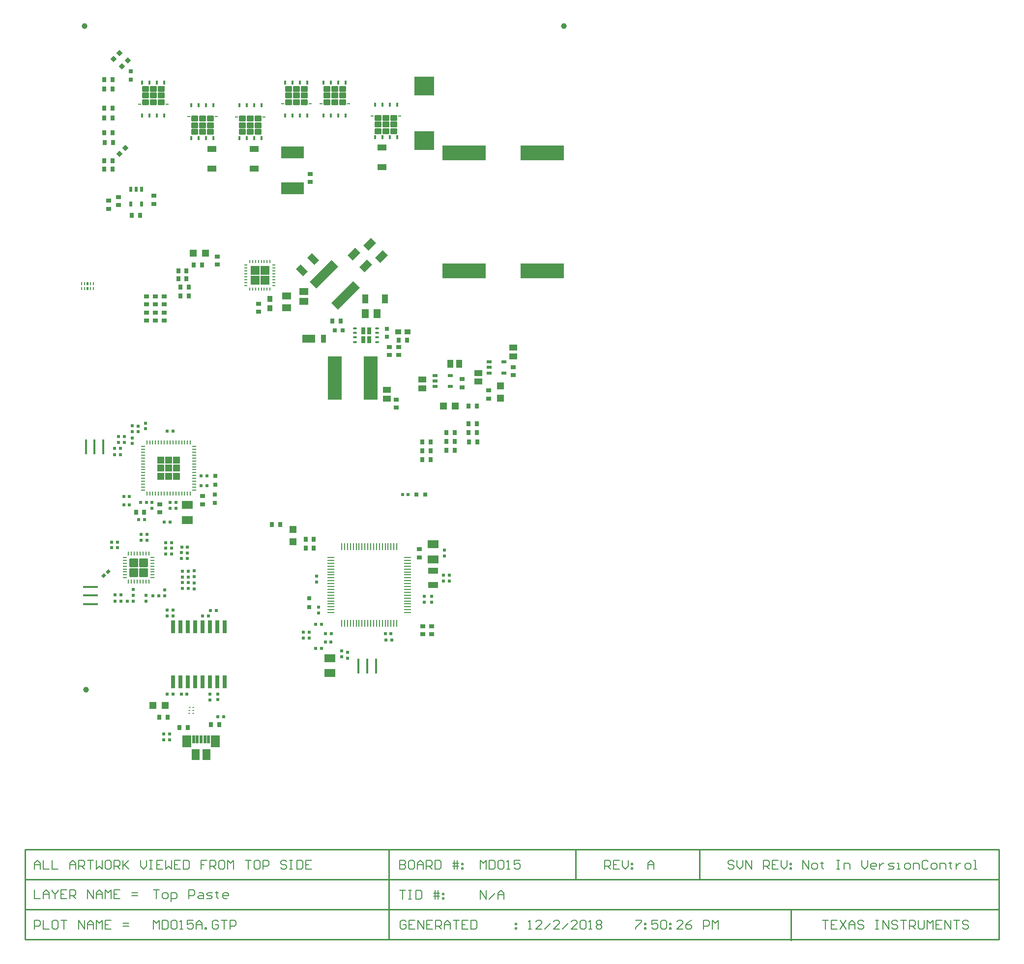
<source format=gtp>
G04*
G04 #@! TF.GenerationSoftware,Altium Limited,Altium Designer,18.1.9 (240)*
G04*
G04 Layer_Color=9021481*
%FSAX25Y25*%
%MOIN*%
G70*
G01*
G75*
%ADD16C,0.01000*%
%ADD22C,0.00800*%
G04:AMPARAMS|DCode=33|XSize=58.66mil|YSize=58.66mil|CornerRadius=2.05mil|HoleSize=0mil|Usage=FLASHONLY|Rotation=90.000|XOffset=0mil|YOffset=0mil|HoleType=Round|Shape=RoundedRectangle|*
%AMROUNDEDRECTD33*
21,1,0.05866,0.05456,0,0,90.0*
21,1,0.05456,0.05866,0,0,90.0*
1,1,0.00411,0.02728,0.02728*
1,1,0.00411,0.02728,-0.02728*
1,1,0.00411,-0.02728,-0.02728*
1,1,0.00411,-0.02728,0.02728*
%
%ADD33ROUNDEDRECTD33*%
G04:AMPARAMS|DCode=34|XSize=22.24mil|YSize=14.17mil|CornerRadius=1.98mil|HoleSize=0mil|Usage=FLASHONLY|Rotation=90.000|XOffset=0mil|YOffset=0mil|HoleType=Round|Shape=RoundedRectangle|*
%AMROUNDEDRECTD34*
21,1,0.02224,0.01021,0,0,90.0*
21,1,0.01828,0.01417,0,0,90.0*
1,1,0.00397,0.00510,0.00914*
1,1,0.00397,0.00510,-0.00914*
1,1,0.00397,-0.00510,-0.00914*
1,1,0.00397,-0.00510,0.00914*
%
%ADD34ROUNDEDRECTD34*%
G04:AMPARAMS|DCode=35|XSize=9.84mil|YSize=21.85mil|CornerRadius=1.97mil|HoleSize=0mil|Usage=FLASHONLY|Rotation=270.000|XOffset=0mil|YOffset=0mil|HoleType=Round|Shape=RoundedRectangle|*
%AMROUNDEDRECTD35*
21,1,0.00984,0.01791,0,0,270.0*
21,1,0.00591,0.02185,0,0,270.0*
1,1,0.00394,-0.00896,-0.00295*
1,1,0.00394,-0.00896,0.00295*
1,1,0.00394,0.00896,0.00295*
1,1,0.00394,0.00896,-0.00295*
%
%ADD35ROUNDEDRECTD35*%
G04:AMPARAMS|DCode=36|XSize=37.4mil|YSize=44.49mil|CornerRadius=2.06mil|HoleSize=0mil|Usage=FLASHONLY|Rotation=270.000|XOffset=0mil|YOffset=0mil|HoleType=Round|Shape=RoundedRectangle|*
%AMROUNDEDRECTD36*
21,1,0.03740,0.04037,0,0,270.0*
21,1,0.03329,0.04449,0,0,270.0*
1,1,0.00411,-0.02019,-0.01664*
1,1,0.00411,-0.02019,0.01664*
1,1,0.00411,0.02019,0.01664*
1,1,0.00411,0.02019,-0.01664*
%
%ADD36ROUNDEDRECTD36*%
%ADD37R,0.05850X0.05850*%
%ADD38R,0.02913X0.04921*%
%ADD39R,0.02913X0.04921*%
%ADD40C,0.03937*%
G04:AMPARAMS|DCode=41|XSize=94.49mil|YSize=295.28mil|CornerRadius=1.89mil|HoleSize=0mil|Usage=FLASHONLY|Rotation=0.000|XOffset=0mil|YOffset=0mil|HoleType=Round|Shape=RoundedRectangle|*
%AMROUNDEDRECTD41*
21,1,0.09449,0.29150,0,0,0.0*
21,1,0.09071,0.29528,0,0,0.0*
1,1,0.00378,0.04535,-0.14575*
1,1,0.00378,-0.04535,-0.14575*
1,1,0.00378,-0.04535,0.14575*
1,1,0.00378,0.04535,0.14575*
%
%ADD41ROUNDEDRECTD41*%
G04:AMPARAMS|DCode=42|XSize=25.59mil|YSize=88.58mil|CornerRadius=1.92mil|HoleSize=0mil|Usage=FLASHONLY|Rotation=0.000|XOffset=0mil|YOffset=0mil|HoleType=Round|Shape=RoundedRectangle|*
%AMROUNDEDRECTD42*
21,1,0.02559,0.08474,0,0,0.0*
21,1,0.02175,0.08858,0,0,0.0*
1,1,0.00384,0.01088,-0.04237*
1,1,0.00384,-0.01088,-0.04237*
1,1,0.00384,-0.01088,0.04237*
1,1,0.00384,0.01088,0.04237*
%
%ADD42ROUNDEDRECTD42*%
%ADD43R,0.29528X0.09843*%
%ADD44O,0.00945X0.02362*%
%ADD45O,0.02362X0.00945*%
G04:AMPARAMS|DCode=46|XSize=9.84mil|YSize=23.62mil|CornerRadius=1.97mil|HoleSize=0mil|Usage=FLASHONLY|Rotation=90.000|XOffset=0mil|YOffset=0mil|HoleType=Round|Shape=RoundedRectangle|*
%AMROUNDEDRECTD46*
21,1,0.00984,0.01968,0,0,90.0*
21,1,0.00591,0.02362,0,0,90.0*
1,1,0.00394,0.00984,0.00295*
1,1,0.00394,0.00984,-0.00295*
1,1,0.00394,-0.00984,-0.00295*
1,1,0.00394,-0.00984,0.00295*
%
%ADD46ROUNDEDRECTD46*%
G04:AMPARAMS|DCode=47|XSize=9.84mil|YSize=23.62mil|CornerRadius=1.97mil|HoleSize=0mil|Usage=FLASHONLY|Rotation=180.000|XOffset=0mil|YOffset=0mil|HoleType=Round|Shape=RoundedRectangle|*
%AMROUNDEDRECTD47*
21,1,0.00984,0.01968,0,0,180.0*
21,1,0.00591,0.02362,0,0,180.0*
1,1,0.00394,-0.00295,0.00984*
1,1,0.00394,0.00295,0.00984*
1,1,0.00394,0.00295,-0.00984*
1,1,0.00394,-0.00295,-0.00984*
%
%ADD47ROUNDEDRECTD47*%
G04:AMPARAMS|DCode=48|XSize=1mil|YSize=1mil|CornerRadius=0mil|HoleSize=0mil|Usage=FLASHONLY|Rotation=90.000|XOffset=0mil|YOffset=0mil|HoleType=Round|Shape=RoundedRectangle|*
%AMROUNDEDRECTD48*
21,1,0.00100,0.00100,0,0,90.0*
21,1,0.00100,0.00100,0,0,90.0*
1,1,0.00000,0.00050,0.00050*
1,1,0.00000,0.00050,-0.00050*
1,1,0.00000,-0.00050,-0.00050*
1,1,0.00000,-0.00050,0.00050*
%
%ADD48ROUNDEDRECTD48*%
G04:AMPARAMS|DCode=49|XSize=9.45mil|YSize=23.62mil|CornerRadius=1.98mil|HoleSize=0mil|Usage=FLASHONLY|Rotation=270.000|XOffset=0mil|YOffset=0mil|HoleType=Round|Shape=RoundedRectangle|*
%AMROUNDEDRECTD49*
21,1,0.00945,0.01965,0,0,270.0*
21,1,0.00548,0.02362,0,0,270.0*
1,1,0.00397,-0.00983,-0.00274*
1,1,0.00397,-0.00983,0.00274*
1,1,0.00397,0.00983,0.00274*
1,1,0.00397,0.00983,-0.00274*
%
%ADD49ROUNDEDRECTD49*%
G04:AMPARAMS|DCode=50|XSize=9.45mil|YSize=23.62mil|CornerRadius=1.98mil|HoleSize=0mil|Usage=FLASHONLY|Rotation=0.000|XOffset=0mil|YOffset=0mil|HoleType=Round|Shape=RoundedRectangle|*
%AMROUNDEDRECTD50*
21,1,0.00945,0.01965,0,0,0.0*
21,1,0.00548,0.02362,0,0,0.0*
1,1,0.00397,0.00274,-0.00983*
1,1,0.00397,-0.00274,-0.00983*
1,1,0.00397,-0.00274,0.00983*
1,1,0.00397,0.00274,0.00983*
%
%ADD50ROUNDEDRECTD50*%
%ADD51R,0.08661X0.05512*%
%ADD52R,0.03543X0.05512*%
%ADD53O,0.00984X0.04921*%
%ADD54O,0.04921X0.00984*%
G04:AMPARAMS|DCode=55|XSize=11.81mil|YSize=23.62mil|CornerRadius=1.95mil|HoleSize=0mil|Usage=FLASHONLY|Rotation=270.000|XOffset=0mil|YOffset=0mil|HoleType=Round|Shape=RoundedRectangle|*
%AMROUNDEDRECTD55*
21,1,0.01181,0.01972,0,0,270.0*
21,1,0.00791,0.02362,0,0,270.0*
1,1,0.00390,-0.00986,-0.00396*
1,1,0.00390,-0.00986,0.00396*
1,1,0.00390,0.00986,0.00396*
1,1,0.00390,0.00986,-0.00396*
%
%ADD55ROUNDEDRECTD55*%
G04:AMPARAMS|DCode=56|XSize=15.75mil|YSize=102.36mil|CornerRadius=1.97mil|HoleSize=0mil|Usage=FLASHONLY|Rotation=180.000|XOffset=0mil|YOffset=0mil|HoleType=Round|Shape=RoundedRectangle|*
%AMROUNDEDRECTD56*
21,1,0.01575,0.09843,0,0,180.0*
21,1,0.01181,0.10236,0,0,180.0*
1,1,0.00394,-0.00591,0.04921*
1,1,0.00394,0.00591,0.04921*
1,1,0.00394,0.00591,-0.04921*
1,1,0.00394,-0.00591,-0.04921*
%
%ADD56ROUNDEDRECTD56*%
G04:AMPARAMS|DCode=57|XSize=58.07mil|YSize=82.68mil|CornerRadius=2.03mil|HoleSize=0mil|Usage=FLASHONLY|Rotation=180.000|XOffset=0mil|YOffset=0mil|HoleType=Round|Shape=RoundedRectangle|*
%AMROUNDEDRECTD57*
21,1,0.05807,0.07861,0,0,180.0*
21,1,0.05401,0.08268,0,0,180.0*
1,1,0.00407,-0.02700,0.03931*
1,1,0.00407,0.02700,0.03931*
1,1,0.00407,0.02700,-0.03931*
1,1,0.00407,-0.02700,-0.03931*
%
%ADD57ROUNDEDRECTD57*%
G04:AMPARAMS|DCode=58|XSize=54.13mil|YSize=74.8mil|CornerRadius=1.9mil|HoleSize=0mil|Usage=FLASHONLY|Rotation=180.000|XOffset=0mil|YOffset=0mil|HoleType=Round|Shape=RoundedRectangle|*
%AMROUNDEDRECTD58*
21,1,0.05413,0.07101,0,0,180.0*
21,1,0.05034,0.07480,0,0,180.0*
1,1,0.00379,-0.02517,0.03551*
1,1,0.00379,0.02517,0.03551*
1,1,0.00379,0.02517,-0.03551*
1,1,0.00379,-0.02517,-0.03551*
%
%ADD58ROUNDEDRECTD58*%
G04:AMPARAMS|DCode=59|XSize=17.72mil|YSize=54.33mil|CornerRadius=1.95mil|HoleSize=0mil|Usage=FLASHONLY|Rotation=180.000|XOffset=0mil|YOffset=0mil|HoleType=Round|Shape=RoundedRectangle|*
%AMROUNDEDRECTD59*
21,1,0.01772,0.05043,0,0,180.0*
21,1,0.01382,0.05433,0,0,180.0*
1,1,0.00390,-0.00691,0.02522*
1,1,0.00390,0.00691,0.02522*
1,1,0.00390,0.00691,-0.02522*
1,1,0.00390,-0.00691,-0.02522*
%
%ADD59ROUNDEDRECTD59*%
%ADD60R,0.04724X0.04724*%
%ADD61R,0.03150X0.03150*%
%ADD62R,0.04724X0.04724*%
G04:AMPARAMS|DCode=63|XSize=127.95mil|YSize=135.04mil|CornerRadius=1.92mil|HoleSize=0mil|Usage=FLASHONLY|Rotation=270.000|XOffset=0mil|YOffset=0mil|HoleType=Round|Shape=RoundedRectangle|*
%AMROUNDEDRECTD63*
21,1,0.12795,0.13120,0,0,270.0*
21,1,0.12411,0.13504,0,0,270.0*
1,1,0.00384,-0.06560,-0.06206*
1,1,0.00384,-0.06560,0.06206*
1,1,0.00384,0.06560,0.06206*
1,1,0.00384,0.06560,-0.06206*
%
%ADD63ROUNDEDRECTD63*%
%ADD64R,0.07087X0.03937*%
G04:AMPARAMS|DCode=65|XSize=7.87mil|YSize=11.81mil|CornerRadius=1.99mil|HoleSize=0mil|Usage=FLASHONLY|Rotation=90.000|XOffset=0mil|YOffset=0mil|HoleType=Round|Shape=RoundedRectangle|*
%AMROUNDEDRECTD65*
21,1,0.00787,0.00784,0,0,90.0*
21,1,0.00390,0.01181,0,0,90.0*
1,1,0.00398,0.00392,0.00195*
1,1,0.00398,0.00392,-0.00195*
1,1,0.00398,-0.00392,-0.00195*
1,1,0.00398,-0.00392,0.00195*
%
%ADD65ROUNDEDRECTD65*%
G04:AMPARAMS|DCode=66|XSize=7.87mil|YSize=13.78mil|CornerRadius=1.99mil|HoleSize=0mil|Usage=FLASHONLY|Rotation=90.000|XOffset=0mil|YOffset=0mil|HoleType=Round|Shape=RoundedRectangle|*
%AMROUNDEDRECTD66*
21,1,0.00787,0.00980,0,0,90.0*
21,1,0.00390,0.01378,0,0,90.0*
1,1,0.00398,0.00490,0.00195*
1,1,0.00398,0.00490,-0.00195*
1,1,0.00398,-0.00490,-0.00195*
1,1,0.00398,-0.00490,0.00195*
%
%ADD66ROUNDEDRECTD66*%
G04:AMPARAMS|DCode=67|XSize=7.87mil|YSize=22.24mil|CornerRadius=1.97mil|HoleSize=0mil|Usage=FLASHONLY|Rotation=180.000|XOffset=0mil|YOffset=0mil|HoleType=Round|Shape=RoundedRectangle|*
%AMROUNDEDRECTD67*
21,1,0.00787,0.01831,0,0,180.0*
21,1,0.00394,0.02224,0,0,180.0*
1,1,0.00394,-0.00197,0.00915*
1,1,0.00394,0.00197,0.00915*
1,1,0.00394,0.00197,-0.00915*
1,1,0.00394,-0.00197,-0.00915*
%
%ADD67ROUNDEDRECTD67*%
G04:AMPARAMS|DCode=68|XSize=29.92mil|YSize=16.14mil|CornerRadius=1.95mil|HoleSize=0mil|Usage=FLASHONLY|Rotation=270.000|XOffset=0mil|YOffset=0mil|HoleType=Round|Shape=RoundedRectangle|*
%AMROUNDEDRECTD68*
21,1,0.02992,0.01225,0,0,270.0*
21,1,0.02603,0.01614,0,0,270.0*
1,1,0.00389,-0.00612,-0.01301*
1,1,0.00389,-0.00612,0.01301*
1,1,0.00389,0.00612,0.01301*
1,1,0.00389,0.00612,-0.01301*
%
%ADD68ROUNDEDRECTD68*%
G04:AMPARAMS|DCode=69|XSize=21.65mil|YSize=31.5mil|CornerRadius=1.95mil|HoleSize=0mil|Usage=FLASHONLY|Rotation=0.000|XOffset=0mil|YOffset=0mil|HoleType=Round|Shape=RoundedRectangle|*
%AMROUNDEDRECTD69*
21,1,0.02165,0.02760,0,0,0.0*
21,1,0.01776,0.03150,0,0,0.0*
1,1,0.00390,0.00888,-0.01380*
1,1,0.00390,-0.00888,-0.01380*
1,1,0.00390,-0.00888,0.01380*
1,1,0.00390,0.00888,0.01380*
%
%ADD69ROUNDEDRECTD69*%
%ADD70R,0.15748X0.08268*%
G04:AMPARAMS|DCode=71|XSize=70.87mil|YSize=55.12mil|CornerRadius=1.93mil|HoleSize=0mil|Usage=FLASHONLY|Rotation=0.000|XOffset=0mil|YOffset=0mil|HoleType=Round|Shape=RoundedRectangle|*
%AMROUNDEDRECTD71*
21,1,0.07087,0.05126,0,0,0.0*
21,1,0.06701,0.05512,0,0,0.0*
1,1,0.00386,0.03350,-0.02563*
1,1,0.00386,-0.03350,-0.02563*
1,1,0.00386,-0.03350,0.02563*
1,1,0.00386,0.03350,0.02563*
%
%ADD71ROUNDEDRECTD71*%
G04:AMPARAMS|DCode=72|XSize=208.66mil|YSize=62.99mil|CornerRadius=0mil|HoleSize=0mil|Usage=FLASHONLY|Rotation=45.000|XOffset=0mil|YOffset=0mil|HoleType=Round|Shape=Rectangle|*
%AMROTATEDRECTD72*
4,1,4,-0.05150,-0.09604,-0.09604,-0.05150,0.05150,0.09604,0.09604,0.05150,-0.05150,-0.09604,0.0*
%
%ADD72ROTATEDRECTD72*%

G04:AMPARAMS|DCode=73|XSize=68.9mil|YSize=43.31mil|CornerRadius=0mil|HoleSize=0mil|Usage=FLASHONLY|Rotation=315.000|XOffset=0mil|YOffset=0mil|HoleType=Round|Shape=Rectangle|*
%AMROTATEDRECTD73*
4,1,4,-0.03967,0.00905,-0.00905,0.03967,0.03967,-0.00905,0.00905,-0.03967,-0.03967,0.00905,0.0*
%
%ADD73ROTATEDRECTD73*%

%ADD74R,0.06299X0.04331*%
G04:AMPARAMS|DCode=75|XSize=72.84mil|YSize=51.18mil|CornerRadius=0mil|HoleSize=0mil|Usage=FLASHONLY|Rotation=225.000|XOffset=0mil|YOffset=0mil|HoleType=Round|Shape=Rectangle|*
%AMROTATEDRECTD75*
4,1,4,0.00766,0.04385,0.04385,0.00766,-0.00766,-0.04385,-0.04385,-0.00766,0.00766,0.04385,0.0*
%
%ADD75ROTATEDRECTD75*%

%ADD76R,0.05512X0.04331*%
%ADD77R,0.06300X0.05000*%
%ADD78R,0.05906X0.05118*%
%ADD79R,0.03150X0.03347*%
%ADD80R,0.02362X0.01968*%
%ADD81R,0.03347X0.03150*%
G04:AMPARAMS|DCode=82|XSize=21.65mil|YSize=31.5mil|CornerRadius=1.95mil|HoleSize=0mil|Usage=FLASHONLY|Rotation=90.000|XOffset=0mil|YOffset=0mil|HoleType=Round|Shape=RoundedRectangle|*
%AMROUNDEDRECTD82*
21,1,0.02165,0.02760,0,0,90.0*
21,1,0.01776,0.03150,0,0,90.0*
1,1,0.00390,0.01380,0.00888*
1,1,0.00390,0.01380,-0.00888*
1,1,0.00390,-0.01380,-0.00888*
1,1,0.00390,-0.01380,0.00888*
%
%ADD82ROUNDEDRECTD82*%
%ADD83R,0.03000X0.03000*%
%ADD84R,0.03000X0.03000*%
%ADD85R,0.01968X0.02362*%
%ADD86R,0.05000X0.06300*%
%ADD87R,0.04331X0.06299*%
%ADD88R,0.04331X0.05512*%
G04:AMPARAMS|DCode=89|XSize=15.75mil|YSize=102.36mil|CornerRadius=1.97mil|HoleSize=0mil|Usage=FLASHONLY|Rotation=90.000|XOffset=0mil|YOffset=0mil|HoleType=Round|Shape=RoundedRectangle|*
%AMROUNDEDRECTD89*
21,1,0.01575,0.09843,0,0,90.0*
21,1,0.01181,0.10236,0,0,90.0*
1,1,0.00394,0.04921,0.00591*
1,1,0.00394,0.04921,-0.00591*
1,1,0.00394,-0.04921,-0.00591*
1,1,0.00394,-0.04921,0.00591*
%
%ADD89ROUNDEDRECTD89*%
%ADD90P,0.04243X4X90.0*%
G04:AMPARAMS|DCode=91|XSize=19.68mil|YSize=23.62mil|CornerRadius=0mil|HoleSize=0mil|Usage=FLASHONLY|Rotation=315.000|XOffset=0mil|YOffset=0mil|HoleType=Round|Shape=Rectangle|*
%AMROTATEDRECTD91*
4,1,4,-0.01531,-0.00139,0.00139,0.01531,0.01531,0.00139,-0.00139,-0.01531,-0.01531,-0.00139,0.0*
%
%ADD91ROTATEDRECTD91*%

%ADD92R,0.03150X0.03150*%
%ADD93R,0.03937X0.03740*%
%ADD94R,0.03740X0.03937*%
G36*
X0145014Y0367303D02*
X0145070Y0367248D01*
X0145100Y0367175D01*
Y0367136D01*
Y0362845D01*
Y0362806D01*
X0145070Y0362733D01*
X0145014Y0362678D01*
X0144942Y0362648D01*
X0140572D01*
X0140500Y0362678D01*
X0140445Y0362733D01*
X0140415Y0362806D01*
Y0362845D01*
Y0367136D01*
Y0367175D01*
X0140445Y0367248D01*
X0140500Y0367303D01*
X0140572Y0367333D01*
X0144942D01*
X0145014Y0367303D01*
D02*
G37*
G36*
X0139542D02*
X0139597Y0367248D01*
X0139627Y0367175D01*
Y0367136D01*
Y0362845D01*
Y0362806D01*
X0139597Y0362733D01*
X0139542Y0362678D01*
X0139470Y0362648D01*
X0135100D01*
X0135028Y0362678D01*
X0134972Y0362733D01*
X0134942Y0362806D01*
Y0362845D01*
Y0367136D01*
Y0367175D01*
X0134972Y0367248D01*
X0135028Y0367303D01*
X0135100Y0367333D01*
X0139470D01*
X0139542Y0367303D01*
D02*
G37*
G36*
X0134069D02*
X0134125Y0367248D01*
X0134155Y0367175D01*
Y0367136D01*
Y0362845D01*
Y0362806D01*
X0134125Y0362733D01*
X0134069Y0362678D01*
X0133997Y0362648D01*
X0129627D01*
X0129555Y0362678D01*
X0129500Y0362733D01*
X0129470Y0362806D01*
Y0362845D01*
Y0367136D01*
Y0367175D01*
X0129500Y0367248D01*
X0129555Y0367303D01*
X0129627Y0367333D01*
X0133997D01*
X0134069Y0367303D01*
D02*
G37*
G36*
X0145014Y0361830D02*
X0145070Y0361775D01*
X0145100Y0361703D01*
Y0361664D01*
Y0357372D01*
Y0357333D01*
X0145070Y0357261D01*
X0145014Y0357205D01*
X0144942Y0357175D01*
X0140572D01*
X0140500Y0357205D01*
X0140445Y0357261D01*
X0140415Y0357333D01*
Y0357372D01*
Y0361664D01*
Y0361703D01*
X0140445Y0361775D01*
X0140500Y0361830D01*
X0140572Y0361860D01*
X0144942D01*
X0145014Y0361830D01*
D02*
G37*
G36*
X0139542D02*
X0139597Y0361775D01*
X0139627Y0361703D01*
Y0361664D01*
Y0357372D01*
Y0357333D01*
X0139597Y0357261D01*
X0139542Y0357205D01*
X0139470Y0357175D01*
X0135100D01*
X0135028Y0357205D01*
X0134972Y0357261D01*
X0134942Y0357333D01*
Y0357372D01*
Y0361664D01*
Y0361703D01*
X0134972Y0361775D01*
X0135028Y0361830D01*
X0135100Y0361860D01*
X0139470D01*
X0139542Y0361830D01*
D02*
G37*
G36*
X0134069D02*
X0134125Y0361775D01*
X0134155Y0361703D01*
Y0361664D01*
Y0357372D01*
Y0357333D01*
X0134125Y0357261D01*
X0134069Y0357205D01*
X0133997Y0357175D01*
X0129627D01*
X0129555Y0357205D01*
X0129500Y0357261D01*
X0129470Y0357333D01*
Y0357372D01*
Y0361664D01*
Y0361703D01*
X0129500Y0361775D01*
X0129555Y0361830D01*
X0129627Y0361860D01*
X0133997D01*
X0134069Y0361830D01*
D02*
G37*
G36*
X0145014Y0356358D02*
X0145070Y0356303D01*
X0145100Y0356230D01*
Y0356191D01*
Y0351900D01*
Y0351861D01*
X0145070Y0351788D01*
X0145014Y0351733D01*
X0144942Y0351703D01*
X0140572D01*
X0140500Y0351733D01*
X0140445Y0351788D01*
X0140415Y0351861D01*
Y0351900D01*
Y0356191D01*
Y0356230D01*
X0140445Y0356303D01*
X0140500Y0356358D01*
X0140572Y0356388D01*
X0144942D01*
X0145014Y0356358D01*
D02*
G37*
G36*
X0139542D02*
X0139597Y0356303D01*
X0139627Y0356230D01*
Y0356191D01*
Y0351900D01*
Y0351861D01*
X0139597Y0351788D01*
X0139542Y0351733D01*
X0139470Y0351703D01*
X0135100D01*
X0135028Y0351733D01*
X0134972Y0351788D01*
X0134942Y0351861D01*
Y0351900D01*
Y0356191D01*
Y0356230D01*
X0134972Y0356303D01*
X0135028Y0356358D01*
X0135100Y0356388D01*
X0139470D01*
X0139542Y0356358D01*
D02*
G37*
G36*
X0134069D02*
X0134125Y0356303D01*
X0134155Y0356230D01*
Y0356191D01*
Y0351900D01*
Y0351861D01*
X0134125Y0351788D01*
X0134069Y0351733D01*
X0133997Y0351703D01*
X0129627D01*
X0129555Y0351733D01*
X0129500Y0351788D01*
X0129470Y0351861D01*
Y0351900D01*
Y0356191D01*
Y0356230D01*
X0129500Y0356303D01*
X0129555Y0356358D01*
X0129627Y0356388D01*
X0133997D01*
X0134069Y0356358D01*
D02*
G37*
G54D16*
X0559400Y0039400D02*
Y0059683D01*
X0440500Y0040050D02*
X0700200D01*
Y0101050D01*
X0286500Y0040050D02*
Y0101050D01*
X0040000Y0040050D02*
Y0101050D01*
X0040050Y0040050D02*
X0197600D01*
X0040050D02*
Y0101050D01*
X0700200D01*
X0040000Y0040050D02*
X0440500D01*
X0040000Y0060383D02*
X0700000D01*
X0040000Y0080717D02*
X0700200D01*
X0413200D02*
Y0101050D01*
X0497200Y0080717D02*
Y0101050D01*
G54D22*
X0126900Y0073549D02*
X0130899D01*
X0128899D01*
Y0067551D01*
X0133898D02*
X0135897D01*
X0136897Y0068550D01*
Y0070550D01*
X0135897Y0071549D01*
X0133898D01*
X0132898Y0070550D01*
Y0068550D01*
X0133898Y0067551D01*
X0138896Y0065551D02*
Y0071549D01*
X0141895D01*
X0142895Y0070550D01*
Y0068550D01*
X0141895Y0067551D01*
X0138896D01*
X0150892D02*
Y0073549D01*
X0153891D01*
X0154891Y0072549D01*
Y0070550D01*
X0153891Y0069550D01*
X0150892D01*
X0157890Y0071549D02*
X0159889D01*
X0160889Y0070550D01*
Y0067551D01*
X0157890D01*
X0156890Y0068550D01*
X0157890Y0069550D01*
X0160889D01*
X0162888Y0067551D02*
X0165887D01*
X0166887Y0068550D01*
X0165887Y0069550D01*
X0163888D01*
X0162888Y0070550D01*
X0163888Y0071549D01*
X0166887D01*
X0169886Y0072549D02*
Y0071549D01*
X0168886D01*
X0170886D01*
X0169886D01*
Y0068550D01*
X0170886Y0067551D01*
X0176884D02*
X0174884D01*
X0173885Y0068550D01*
Y0070550D01*
X0174884Y0071549D01*
X0176884D01*
X0177884Y0070550D01*
Y0069550D01*
X0173885D01*
X0348550Y0067500D02*
Y0073498D01*
X0352549Y0067500D01*
Y0073498D01*
X0354548Y0067500D02*
X0358547Y0071499D01*
X0360546Y0067500D02*
Y0071499D01*
X0362545Y0073498D01*
X0364545Y0071499D01*
Y0067500D01*
Y0070499D01*
X0360546D01*
X0294000Y0073498D02*
X0297999D01*
X0295999D01*
Y0067500D01*
X0299998Y0073498D02*
X0301997D01*
X0300998D01*
Y0067500D01*
X0299998D01*
X0301997D01*
X0304996Y0073498D02*
Y0067500D01*
X0307996D01*
X0308995Y0068500D01*
Y0072498D01*
X0307996Y0073498D01*
X0304996D01*
X0317992Y0067500D02*
Y0073498D01*
X0319992D02*
Y0067500D01*
X0316993Y0071499D02*
X0319992D01*
X0320991D01*
X0316993Y0069499D02*
X0320991D01*
X0322991Y0071499D02*
X0323990D01*
Y0070499D01*
X0322991D01*
Y0071499D01*
Y0068500D02*
X0323990D01*
Y0067500D01*
X0322991D01*
Y0068500D01*
X0580500Y0052965D02*
X0584499D01*
X0582499D01*
Y0046966D01*
X0590497Y0052965D02*
X0586498D01*
Y0046966D01*
X0590497D01*
X0586498Y0049966D02*
X0588497D01*
X0592496Y0052965D02*
X0596495Y0046966D01*
Y0052965D02*
X0592496Y0046966D01*
X0598494D02*
Y0050965D01*
X0600493Y0052965D01*
X0602493Y0050965D01*
Y0046966D01*
Y0049966D01*
X0598494D01*
X0608491Y0051965D02*
X0607491Y0052965D01*
X0605492D01*
X0604492Y0051965D01*
Y0050965D01*
X0605492Y0049966D01*
X0607491D01*
X0608491Y0048966D01*
Y0047966D01*
X0607491Y0046966D01*
X0605492D01*
X0604492Y0047966D01*
X0616488Y0052965D02*
X0618488D01*
X0617488D01*
Y0046966D01*
X0616488D01*
X0618488D01*
X0621487D02*
Y0052965D01*
X0625486Y0046966D01*
Y0052965D01*
X0631484Y0051965D02*
X0630484Y0052965D01*
X0628484D01*
X0627485Y0051965D01*
Y0050965D01*
X0628484Y0049966D01*
X0630484D01*
X0631484Y0048966D01*
Y0047966D01*
X0630484Y0046966D01*
X0628484D01*
X0627485Y0047966D01*
X0633483Y0052965D02*
X0637482D01*
X0635482D01*
Y0046966D01*
X0639481D02*
Y0052965D01*
X0642480D01*
X0643480Y0051965D01*
Y0049966D01*
X0642480Y0048966D01*
X0639481D01*
X0641480D02*
X0643480Y0046966D01*
X0645479Y0052965D02*
Y0047966D01*
X0646479Y0046966D01*
X0648478D01*
X0649478Y0047966D01*
Y0052965D01*
X0651477Y0046966D02*
Y0052965D01*
X0653476Y0050965D01*
X0655476Y0052965D01*
Y0046966D01*
X0661474Y0052965D02*
X0657475D01*
Y0046966D01*
X0661474D01*
X0657475Y0049966D02*
X0659474D01*
X0663473Y0046966D02*
Y0052965D01*
X0667472Y0046966D01*
Y0052965D01*
X0669471D02*
X0673470D01*
X0671471D01*
Y0046966D01*
X0679468Y0051965D02*
X0678468Y0052965D01*
X0676469D01*
X0675469Y0051965D01*
Y0050965D01*
X0676469Y0049966D01*
X0678468D01*
X0679468Y0048966D01*
Y0047966D01*
X0678468Y0046966D01*
X0676469D01*
X0675469Y0047966D01*
X0454050Y0052965D02*
X0458049D01*
Y0051965D01*
X0454050Y0047966D01*
Y0046966D01*
X0460048Y0050965D02*
X0461048D01*
Y0049966D01*
X0460048D01*
Y0050965D01*
Y0047966D02*
X0461048D01*
Y0046966D01*
X0460048D01*
Y0047966D01*
X0469045Y0052965D02*
X0465046D01*
Y0049966D01*
X0467046Y0050965D01*
X0468046D01*
X0469045Y0049966D01*
Y0047966D01*
X0468046Y0046966D01*
X0466046D01*
X0465046Y0047966D01*
X0471044Y0051965D02*
X0472044Y0052965D01*
X0474044D01*
X0475043Y0051965D01*
Y0047966D01*
X0474044Y0046966D01*
X0472044D01*
X0471044Y0047966D01*
Y0051965D01*
X0477043Y0050965D02*
X0478042D01*
Y0049966D01*
X0477043D01*
Y0050965D01*
Y0047966D02*
X0478042D01*
Y0046966D01*
X0477043D01*
Y0047966D01*
X0486040Y0046966D02*
X0482041D01*
X0486040Y0050965D01*
Y0051965D01*
X0485040Y0052965D01*
X0483041D01*
X0482041Y0051965D01*
X0492038Y0052965D02*
X0490038Y0051965D01*
X0488039Y0049966D01*
Y0047966D01*
X0489039Y0046966D01*
X0491038D01*
X0492038Y0047966D01*
Y0048966D01*
X0491038Y0049966D01*
X0488039D01*
X0500035Y0046966D02*
Y0052965D01*
X0503034D01*
X0504034Y0051965D01*
Y0049966D01*
X0503034Y0048966D01*
X0500035D01*
X0506033Y0046966D02*
Y0052965D01*
X0508033Y0050965D01*
X0510032Y0052965D01*
Y0046966D01*
X0046350D02*
Y0052965D01*
X0049349D01*
X0050349Y0051965D01*
Y0049966D01*
X0049349Y0048966D01*
X0046350D01*
X0052348Y0052965D02*
Y0046966D01*
X0056347D01*
X0061345Y0052965D02*
X0059346D01*
X0058346Y0051965D01*
Y0047966D01*
X0059346Y0046966D01*
X0061345D01*
X0062345Y0047966D01*
Y0051965D01*
X0061345Y0052965D01*
X0064344D02*
X0068343D01*
X0066343D01*
Y0046966D01*
X0076340D02*
Y0052965D01*
X0080339Y0046966D01*
Y0052965D01*
X0082338Y0046966D02*
Y0050965D01*
X0084338Y0052965D01*
X0086337Y0050965D01*
Y0046966D01*
Y0049966D01*
X0082338D01*
X0088336Y0046966D02*
Y0052965D01*
X0090336Y0050965D01*
X0092335Y0052965D01*
Y0046966D01*
X0098333Y0052965D02*
X0094335D01*
Y0046966D01*
X0098333D01*
X0094335Y0049966D02*
X0096334D01*
X0106331Y0048966D02*
X0110329D01*
X0106331Y0050965D02*
X0110329D01*
X0046350Y0073549D02*
Y0067551D01*
X0050349D01*
X0052348D02*
Y0071549D01*
X0054347Y0073549D01*
X0056347Y0071549D01*
Y0067551D01*
Y0070550D01*
X0052348D01*
X0058346Y0073549D02*
Y0072549D01*
X0060346Y0070550D01*
X0062345Y0072549D01*
Y0073549D01*
X0060346Y0070550D02*
Y0067551D01*
X0068343Y0073549D02*
X0064344D01*
Y0067551D01*
X0068343D01*
X0064344Y0070550D02*
X0066343D01*
X0070342Y0067551D02*
Y0073549D01*
X0073341D01*
X0074341Y0072549D01*
Y0070550D01*
X0073341Y0069550D01*
X0070342D01*
X0072342D02*
X0074341Y0067551D01*
X0082338D02*
Y0073549D01*
X0086337Y0067551D01*
Y0073549D01*
X0088336Y0067551D02*
Y0071549D01*
X0090336Y0073549D01*
X0092335Y0071549D01*
Y0067551D01*
Y0070550D01*
X0088336D01*
X0094335Y0067551D02*
Y0073549D01*
X0096334Y0071549D01*
X0098333Y0073549D01*
Y0067551D01*
X0104331Y0073549D02*
X0100332D01*
Y0067551D01*
X0104331D01*
X0100332Y0070550D02*
X0102332D01*
X0112329Y0069550D02*
X0116327D01*
X0112329Y0071549D02*
X0116327D01*
X0294000Y0093831D02*
Y0087833D01*
X0296999D01*
X0297999Y0088833D01*
Y0089833D01*
X0296999Y0090832D01*
X0294000D01*
X0296999D01*
X0297999Y0091832D01*
Y0092832D01*
X0296999Y0093831D01*
X0294000D01*
X0302997D02*
X0300998D01*
X0299998Y0092832D01*
Y0088833D01*
X0300998Y0087833D01*
X0302997D01*
X0303997Y0088833D01*
Y0092832D01*
X0302997Y0093831D01*
X0305996Y0087833D02*
Y0091832D01*
X0307996Y0093831D01*
X0309995Y0091832D01*
Y0087833D01*
Y0090832D01*
X0305996D01*
X0311994Y0087833D02*
Y0093831D01*
X0314993D01*
X0315993Y0092832D01*
Y0090832D01*
X0314993Y0089833D01*
X0311994D01*
X0313994D02*
X0315993Y0087833D01*
X0317992Y0093831D02*
Y0087833D01*
X0320991D01*
X0321991Y0088833D01*
Y0092832D01*
X0320991Y0093831D01*
X0317992D01*
X0330988Y0087833D02*
Y0093831D01*
X0332987D02*
Y0087833D01*
X0329988Y0091832D02*
X0332987D01*
X0333987D01*
X0329988Y0089833D02*
X0333987D01*
X0335986Y0091832D02*
X0336986D01*
Y0090832D01*
X0335986D01*
Y0091832D01*
Y0088833D02*
X0336986D01*
Y0087833D01*
X0335986D01*
Y0088833D01*
X0348550Y0087833D02*
Y0093831D01*
X0350549Y0091832D01*
X0352549Y0093831D01*
Y0087833D01*
X0354548Y0093831D02*
Y0087833D01*
X0357547D01*
X0358547Y0088833D01*
Y0092832D01*
X0357547Y0093831D01*
X0354548D01*
X0360546Y0092832D02*
X0361546Y0093831D01*
X0363545D01*
X0364545Y0092832D01*
Y0088833D01*
X0363545Y0087833D01*
X0361546D01*
X0360546Y0088833D01*
Y0092832D01*
X0366544Y0087833D02*
X0368544D01*
X0367544D01*
Y0093831D01*
X0366544Y0092832D01*
X0375541Y0093831D02*
X0371543D01*
Y0090832D01*
X0373542Y0091832D01*
X0374542D01*
X0375541Y0090832D01*
Y0088833D01*
X0374542Y0087833D01*
X0372542D01*
X0371543Y0088833D01*
X0462150Y0087833D02*
Y0091832D01*
X0464149Y0093831D01*
X0466149Y0091832D01*
Y0087833D01*
Y0090832D01*
X0462150D01*
X0046350Y0087833D02*
Y0091832D01*
X0048349Y0093831D01*
X0050349Y0091832D01*
Y0087833D01*
Y0090832D01*
X0046350D01*
X0052348Y0093831D02*
Y0087833D01*
X0056347D01*
X0058346Y0093831D02*
Y0087833D01*
X0062345D01*
X0070342D02*
Y0091832D01*
X0072342Y0093831D01*
X0074341Y0091832D01*
Y0087833D01*
Y0090832D01*
X0070342D01*
X0076340Y0087833D02*
Y0093831D01*
X0079339D01*
X0080339Y0092832D01*
Y0090832D01*
X0079339Y0089833D01*
X0076340D01*
X0078340D02*
X0080339Y0087833D01*
X0082338Y0093831D02*
X0086337D01*
X0084338D01*
Y0087833D01*
X0088336Y0093831D02*
Y0087833D01*
X0090336Y0089833D01*
X0092335Y0087833D01*
Y0093831D01*
X0097334D02*
X0095334D01*
X0094335Y0092832D01*
Y0088833D01*
X0095334Y0087833D01*
X0097334D01*
X0098333Y0088833D01*
Y0092832D01*
X0097334Y0093831D01*
X0100332Y0087833D02*
Y0093831D01*
X0103332D01*
X0104331Y0092832D01*
Y0090832D01*
X0103332Y0089833D01*
X0100332D01*
X0102332D02*
X0104331Y0087833D01*
X0106331Y0093831D02*
Y0087833D01*
Y0089833D01*
X0110329Y0093831D01*
X0107330Y0090832D01*
X0110329Y0087833D01*
X0118327Y0093831D02*
Y0089833D01*
X0120326Y0087833D01*
X0122325Y0089833D01*
Y0093831D01*
X0124325D02*
X0126324D01*
X0125324D01*
Y0087833D01*
X0124325D01*
X0126324D01*
X0133322Y0093831D02*
X0129323D01*
Y0087833D01*
X0133322D01*
X0129323Y0090832D02*
X0131323D01*
X0135321Y0093831D02*
Y0087833D01*
X0137321Y0089833D01*
X0139320Y0087833D01*
Y0093831D01*
X0145318D02*
X0141319D01*
Y0087833D01*
X0145318D01*
X0141319Y0090832D02*
X0143319D01*
X0147317Y0093831D02*
Y0087833D01*
X0150316D01*
X0151316Y0088833D01*
Y0092832D01*
X0150316Y0093831D01*
X0147317D01*
X0163312D02*
X0159313D01*
Y0090832D01*
X0161313D01*
X0159313D01*
Y0087833D01*
X0165312D02*
Y0093831D01*
X0168310D01*
X0169310Y0092832D01*
Y0090832D01*
X0168310Y0089833D01*
X0165312D01*
X0167311D02*
X0169310Y0087833D01*
X0174309Y0093831D02*
X0172309D01*
X0171310Y0092832D01*
Y0088833D01*
X0172309Y0087833D01*
X0174309D01*
X0175308Y0088833D01*
Y0092832D01*
X0174309Y0093831D01*
X0177308Y0087833D02*
Y0093831D01*
X0179307Y0091832D01*
X0181306Y0093831D01*
Y0087833D01*
X0189304Y0093831D02*
X0193303D01*
X0191303D01*
Y0087833D01*
X0198301Y0093831D02*
X0196301D01*
X0195302Y0092832D01*
Y0088833D01*
X0196301Y0087833D01*
X0198301D01*
X0199301Y0088833D01*
Y0092832D01*
X0198301Y0093831D01*
X0201300Y0087833D02*
Y0093831D01*
X0204299D01*
X0205299Y0092832D01*
Y0090832D01*
X0204299Y0089833D01*
X0201300D01*
X0217295Y0092832D02*
X0216295Y0093831D01*
X0214296D01*
X0213296Y0092832D01*
Y0091832D01*
X0214296Y0090832D01*
X0216295D01*
X0217295Y0089833D01*
Y0088833D01*
X0216295Y0087833D01*
X0214296D01*
X0213296Y0088833D01*
X0219294Y0093831D02*
X0221293D01*
X0220294D01*
Y0087833D01*
X0219294D01*
X0221293D01*
X0224292Y0093831D02*
Y0087833D01*
X0227291D01*
X0228291Y0088833D01*
Y0092832D01*
X0227291Y0093831D01*
X0224292D01*
X0234289D02*
X0230291D01*
Y0087833D01*
X0234289D01*
X0230291Y0090832D02*
X0232290D01*
X0298199Y0051965D02*
X0297199Y0052965D01*
X0295200D01*
X0294200Y0051965D01*
Y0047966D01*
X0295200Y0046966D01*
X0297199D01*
X0298199Y0047966D01*
Y0049966D01*
X0296199D01*
X0304197Y0052965D02*
X0300198D01*
Y0046966D01*
X0304197D01*
X0300198Y0049966D02*
X0302197D01*
X0306196Y0046966D02*
Y0052965D01*
X0310195Y0046966D01*
Y0052965D01*
X0316193D02*
X0312194D01*
Y0046966D01*
X0316193D01*
X0312194Y0049966D02*
X0314194D01*
X0318192Y0046966D02*
Y0052965D01*
X0321191D01*
X0322191Y0051965D01*
Y0049966D01*
X0321191Y0048966D01*
X0318192D01*
X0320192D02*
X0322191Y0046966D01*
X0324190D02*
Y0050965D01*
X0326190Y0052965D01*
X0328189Y0050965D01*
Y0046966D01*
Y0049966D01*
X0324190D01*
X0330188Y0052965D02*
X0334187D01*
X0332188D01*
Y0046966D01*
X0340185Y0052965D02*
X0336186D01*
Y0046966D01*
X0340185D01*
X0336186Y0049966D02*
X0338186D01*
X0342184Y0052965D02*
Y0046966D01*
X0345183D01*
X0346183Y0047966D01*
Y0051965D01*
X0345183Y0052965D01*
X0342184D01*
X0372175Y0050965D02*
X0373175D01*
Y0049966D01*
X0372175D01*
Y0050965D01*
Y0047966D02*
X0373175D01*
Y0046966D01*
X0372175D01*
Y0047966D01*
X0381150Y0046966D02*
X0383149D01*
X0382150D01*
Y0052965D01*
X0381150Y0051965D01*
X0390147Y0046966D02*
X0386148D01*
X0390147Y0050965D01*
Y0051965D01*
X0389147Y0052965D01*
X0387148D01*
X0386148Y0051965D01*
X0392146Y0046966D02*
X0396145Y0050965D01*
X0402143Y0046966D02*
X0398145D01*
X0402143Y0050965D01*
Y0051965D01*
X0401144Y0052965D01*
X0399144D01*
X0398145Y0051965D01*
X0404143Y0046966D02*
X0408141Y0050965D01*
X0414139Y0046966D02*
X0410141D01*
X0414139Y0050965D01*
Y0051965D01*
X0413140Y0052965D01*
X0411140D01*
X0410141Y0051965D01*
X0416139D02*
X0417138Y0052965D01*
X0419138D01*
X0420137Y0051965D01*
Y0047966D01*
X0419138Y0046966D01*
X0417138D01*
X0416139Y0047966D01*
Y0051965D01*
X0422137Y0046966D02*
X0424136D01*
X0423136D01*
Y0052965D01*
X0422137Y0051965D01*
X0427135D02*
X0428135Y0052965D01*
X0430134D01*
X0431134Y0051965D01*
Y0050965D01*
X0430134Y0049966D01*
X0431134Y0048966D01*
Y0047966D01*
X0430134Y0046966D01*
X0428135D01*
X0427135Y0047966D01*
Y0048966D01*
X0428135Y0049966D01*
X0427135Y0050965D01*
Y0051965D01*
X0428135Y0049966D02*
X0430134D01*
X0126900Y0046966D02*
Y0052965D01*
X0128899Y0050965D01*
X0130899Y0052965D01*
Y0046966D01*
X0132898Y0052965D02*
Y0046966D01*
X0135897D01*
X0136897Y0047966D01*
Y0051965D01*
X0135897Y0052965D01*
X0132898D01*
X0138896Y0051965D02*
X0139896Y0052965D01*
X0141895D01*
X0142895Y0051965D01*
Y0047966D01*
X0141895Y0046966D01*
X0139896D01*
X0138896Y0047966D01*
Y0051965D01*
X0144894Y0046966D02*
X0146894D01*
X0145894D01*
Y0052965D01*
X0144894Y0051965D01*
X0153891Y0052965D02*
X0149893D01*
Y0049966D01*
X0151892Y0050965D01*
X0152892D01*
X0153891Y0049966D01*
Y0047966D01*
X0152892Y0046966D01*
X0150892D01*
X0149893Y0047966D01*
X0155891Y0046966D02*
Y0050965D01*
X0157890Y0052965D01*
X0159889Y0050965D01*
Y0046966D01*
Y0049966D01*
X0155891D01*
X0161889Y0046966D02*
Y0047966D01*
X0162888D01*
Y0046966D01*
X0161889D01*
X0170886Y0051965D02*
X0169886Y0052965D01*
X0167887D01*
X0166887Y0051965D01*
Y0047966D01*
X0167887Y0046966D01*
X0169886D01*
X0170886Y0047966D01*
Y0049966D01*
X0168886D01*
X0172885Y0052965D02*
X0176884D01*
X0174884D01*
Y0046966D01*
X0178883D02*
Y0052965D01*
X0181882D01*
X0182882Y0051965D01*
Y0049966D01*
X0181882Y0048966D01*
X0178883D01*
X0433000Y0087833D02*
Y0093831D01*
X0435999D01*
X0436999Y0092832D01*
Y0090832D01*
X0435999Y0089833D01*
X0433000D01*
X0434999D02*
X0436999Y0087833D01*
X0442997Y0093831D02*
X0438998D01*
Y0087833D01*
X0442997D01*
X0438998Y0090832D02*
X0440997D01*
X0444996Y0093831D02*
Y0089833D01*
X0446995Y0087833D01*
X0448995Y0089833D01*
Y0093831D01*
X0450994Y0091832D02*
X0451994D01*
Y0090832D01*
X0450994D01*
Y0091832D01*
Y0088833D02*
X0451994D01*
Y0087833D01*
X0450994D01*
Y0088833D01*
X0520799Y0092832D02*
X0519799Y0093831D01*
X0517800D01*
X0516800Y0092832D01*
Y0091832D01*
X0517800Y0090832D01*
X0519799D01*
X0520799Y0089833D01*
Y0088833D01*
X0519799Y0087833D01*
X0517800D01*
X0516800Y0088833D01*
X0522798Y0093831D02*
Y0089833D01*
X0524797Y0087833D01*
X0526797Y0089833D01*
Y0093831D01*
X0528796Y0087833D02*
Y0093831D01*
X0532795Y0087833D01*
Y0093831D01*
X0540792Y0087833D02*
Y0093831D01*
X0543791D01*
X0544791Y0092832D01*
Y0090832D01*
X0543791Y0089833D01*
X0540792D01*
X0542792D02*
X0544791Y0087833D01*
X0550789Y0093831D02*
X0546790D01*
Y0087833D01*
X0550789D01*
X0546790Y0090832D02*
X0548790D01*
X0552788Y0093831D02*
Y0089833D01*
X0554788Y0087833D01*
X0556787Y0089833D01*
Y0093831D01*
X0558786Y0091832D02*
X0559786D01*
Y0090832D01*
X0558786D01*
Y0091832D01*
Y0088833D02*
X0559786D01*
Y0087833D01*
X0558786D01*
Y0088833D01*
X0567400Y0087833D02*
Y0093831D01*
X0571399Y0087833D01*
Y0093831D01*
X0574398Y0087833D02*
X0576397D01*
X0577397Y0088833D01*
Y0090832D01*
X0576397Y0091832D01*
X0574398D01*
X0573398Y0090832D01*
Y0088833D01*
X0574398Y0087833D01*
X0580396Y0092832D02*
Y0091832D01*
X0579396D01*
X0581395D01*
X0580396D01*
Y0088833D01*
X0581395Y0087833D01*
X0590393Y0093831D02*
X0592392D01*
X0591392D01*
Y0087833D01*
X0590393D01*
X0592392D01*
X0595391D02*
Y0091832D01*
X0598390D01*
X0599390Y0090832D01*
Y0087833D01*
X0607387Y0093831D02*
Y0089833D01*
X0609386Y0087833D01*
X0611386Y0089833D01*
Y0093831D01*
X0616384Y0087833D02*
X0614385D01*
X0613385Y0088833D01*
Y0090832D01*
X0614385Y0091832D01*
X0616384D01*
X0617384Y0090832D01*
Y0089833D01*
X0613385D01*
X0619383Y0091832D02*
Y0087833D01*
Y0089833D01*
X0620383Y0090832D01*
X0621383Y0091832D01*
X0622382D01*
X0625381Y0087833D02*
X0628380D01*
X0629380Y0088833D01*
X0628380Y0089833D01*
X0626381D01*
X0625381Y0090832D01*
X0626381Y0091832D01*
X0629380D01*
X0631379Y0087833D02*
X0633379D01*
X0632379D01*
Y0091832D01*
X0631379D01*
X0637377Y0087833D02*
X0639377D01*
X0640376Y0088833D01*
Y0090832D01*
X0639377Y0091832D01*
X0637377D01*
X0636378Y0090832D01*
Y0088833D01*
X0637377Y0087833D01*
X0642376D02*
Y0091832D01*
X0645375D01*
X0646374Y0090832D01*
Y0087833D01*
X0652373Y0092832D02*
X0651373Y0093831D01*
X0649373D01*
X0648374Y0092832D01*
Y0088833D01*
X0649373Y0087833D01*
X0651373D01*
X0652373Y0088833D01*
X0655372Y0087833D02*
X0657371D01*
X0658371Y0088833D01*
Y0090832D01*
X0657371Y0091832D01*
X0655372D01*
X0654372Y0090832D01*
Y0088833D01*
X0655372Y0087833D01*
X0660370D02*
Y0091832D01*
X0663369D01*
X0664369Y0090832D01*
Y0087833D01*
X0667368Y0092832D02*
Y0091832D01*
X0666368D01*
X0668367D01*
X0667368D01*
Y0088833D01*
X0668367Y0087833D01*
X0671366Y0091832D02*
Y0087833D01*
Y0089833D01*
X0672366Y0090832D01*
X0673366Y0091832D01*
X0674365D01*
X0678364Y0087833D02*
X0680364D01*
X0681363Y0088833D01*
Y0090832D01*
X0680364Y0091832D01*
X0678364D01*
X0677364Y0090832D01*
Y0088833D01*
X0678364Y0087833D01*
X0683362D02*
X0685362D01*
X0684362D01*
Y0093831D01*
X0683362D01*
G54D33*
X0120317Y0288826D02*
D03*
Y0295480D02*
D03*
X0113663D02*
D03*
Y0288826D02*
D03*
G54D34*
X0082200Y0484711D02*
D03*
Y0481424D02*
D03*
G54D35*
X0275321Y0598239D02*
D03*
X0294002D02*
D03*
X0240625Y0606537D02*
D03*
X0259306D02*
D03*
X0136249Y0606502D02*
D03*
X0117568D02*
D03*
X0202041Y0597770D02*
D03*
X0183359D02*
D03*
X0169586Y0597843D02*
D03*
X0150905D02*
D03*
X0233266Y0606603D02*
D03*
X0214585D02*
D03*
G54D36*
X0284661Y0592550D02*
D03*
Y0597077D02*
D03*
Y0588022D02*
D03*
X0289897D02*
D03*
Y0597077D02*
D03*
Y0592550D02*
D03*
X0279425Y0588022D02*
D03*
Y0597077D02*
D03*
Y0592550D02*
D03*
X0255202Y0612226D02*
D03*
Y0607698D02*
D03*
Y0616753D02*
D03*
X0244729Y0612226D02*
D03*
Y0607698D02*
D03*
Y0616753D02*
D03*
X0249966D02*
D03*
Y0607698D02*
D03*
Y0612226D02*
D03*
X0126909Y0612191D02*
D03*
Y0607664D02*
D03*
Y0616719D02*
D03*
X0121672D02*
D03*
Y0607664D02*
D03*
Y0612191D02*
D03*
X0132145Y0616719D02*
D03*
Y0607664D02*
D03*
Y0612191D02*
D03*
X0187464Y0592081D02*
D03*
Y0596609D02*
D03*
Y0587554D02*
D03*
X0197936Y0592081D02*
D03*
Y0596609D02*
D03*
Y0587554D02*
D03*
X0192700D02*
D03*
Y0596609D02*
D03*
Y0592081D02*
D03*
X0155009Y0592154D02*
D03*
Y0596681D02*
D03*
Y0587626D02*
D03*
X0165481Y0592154D02*
D03*
Y0596681D02*
D03*
Y0587626D02*
D03*
X0160245D02*
D03*
Y0596681D02*
D03*
Y0592154D02*
D03*
X0223925Y0612292D02*
D03*
Y0607764D02*
D03*
Y0616820D02*
D03*
X0218689D02*
D03*
Y0607764D02*
D03*
Y0612292D02*
D03*
X0229161Y0616820D02*
D03*
Y0607764D02*
D03*
Y0612292D02*
D03*
G54D37*
X0195850Y0493656D02*
D03*
X0202487D02*
D03*
Y0487018D02*
D03*
X0195850D02*
D03*
G54D38*
X0273247Y0452809D02*
D03*
Y0446707D02*
D03*
G54D39*
X0269153Y0452809D02*
D03*
Y0446707D02*
D03*
G54D40*
X0405200Y0659400D02*
D03*
X0081200Y0209400D02*
D03*
X0080200Y0659400D02*
D03*
G54D41*
X0274405Y0420760D02*
D03*
X0249995D02*
D03*
G54D42*
X0175386Y0252101D02*
D03*
X0170386D02*
D03*
X0165386D02*
D03*
X0160386D02*
D03*
X0155386D02*
D03*
X0150386D02*
D03*
X0145386D02*
D03*
X0140386D02*
D03*
X0175386Y0214699D02*
D03*
X0170386D02*
D03*
X0165386D02*
D03*
X0160386D02*
D03*
X0155386D02*
D03*
X0150386D02*
D03*
X0145386D02*
D03*
X0140386D02*
D03*
G54D43*
X0390775Y0493400D02*
D03*
X0337625D02*
D03*
X0390775Y0573400D02*
D03*
X0337625D02*
D03*
G54D44*
X0206058Y0480888D02*
D03*
X0204090D02*
D03*
X0202121D02*
D03*
X0200153D02*
D03*
X0198184D02*
D03*
X0196216D02*
D03*
X0194247D02*
D03*
X0192279D02*
D03*
Y0499786D02*
D03*
X0194247D02*
D03*
X0196216D02*
D03*
X0198184D02*
D03*
X0200153D02*
D03*
X0202121D02*
D03*
X0204090D02*
D03*
X0206058D02*
D03*
G54D45*
X0189720Y0483447D02*
D03*
Y0485416D02*
D03*
Y0487384D02*
D03*
Y0489353D02*
D03*
Y0491321D02*
D03*
Y0493290D02*
D03*
Y0495258D02*
D03*
Y0497227D02*
D03*
X0208617D02*
D03*
Y0495258D02*
D03*
Y0493290D02*
D03*
Y0491321D02*
D03*
Y0489353D02*
D03*
Y0487384D02*
D03*
Y0485416D02*
D03*
Y0483447D02*
D03*
G54D46*
X0107541Y0285263D02*
D03*
Y0287232D02*
D03*
Y0289200D02*
D03*
Y0291169D02*
D03*
Y0293137D02*
D03*
Y0295106D02*
D03*
Y0297074D02*
D03*
Y0299043D02*
D03*
X0126439D02*
D03*
Y0297074D02*
D03*
Y0295106D02*
D03*
Y0293137D02*
D03*
Y0291169D02*
D03*
Y0289200D02*
D03*
Y0287232D02*
D03*
Y0285263D02*
D03*
G54D47*
X0110100Y0301602D02*
D03*
X0112069D02*
D03*
X0114038D02*
D03*
X0116006D02*
D03*
X0117974D02*
D03*
X0119943D02*
D03*
X0121912D02*
D03*
X0123880D02*
D03*
Y0282704D02*
D03*
X0121912D02*
D03*
X0119943D02*
D03*
X0117974D02*
D03*
X0116006D02*
D03*
X0114038D02*
D03*
X0112069D02*
D03*
X0110100D02*
D03*
G54D48*
X0137285Y0359518D02*
D03*
G54D49*
X0119962Y0344754D02*
D03*
Y0346723D02*
D03*
Y0348691D02*
D03*
Y0350660D02*
D03*
Y0352628D02*
D03*
Y0354597D02*
D03*
Y0356565D02*
D03*
Y0358534D02*
D03*
Y0360502D02*
D03*
Y0362471D02*
D03*
Y0364439D02*
D03*
Y0366408D02*
D03*
Y0368376D02*
D03*
Y0370345D02*
D03*
Y0372313D02*
D03*
Y0374282D02*
D03*
X0154607D02*
D03*
Y0372313D02*
D03*
Y0370345D02*
D03*
Y0368376D02*
D03*
Y0366408D02*
D03*
Y0364439D02*
D03*
Y0362471D02*
D03*
Y0360502D02*
D03*
Y0358534D02*
D03*
Y0356565D02*
D03*
Y0354597D02*
D03*
Y0352628D02*
D03*
Y0350660D02*
D03*
Y0348691D02*
D03*
Y0346723D02*
D03*
Y0344754D02*
D03*
G54D50*
X0122521Y0376841D02*
D03*
X0124489D02*
D03*
X0126458D02*
D03*
X0128426D02*
D03*
X0130395D02*
D03*
X0132363D02*
D03*
X0134332D02*
D03*
X0136300D02*
D03*
X0138269D02*
D03*
X0140237D02*
D03*
X0142206D02*
D03*
X0144174D02*
D03*
X0146143D02*
D03*
X0148111D02*
D03*
X0150080D02*
D03*
X0152049D02*
D03*
Y0342195D02*
D03*
X0150080D02*
D03*
X0148111D02*
D03*
X0146143D02*
D03*
X0144174D02*
D03*
X0142206D02*
D03*
X0140237D02*
D03*
X0138269D02*
D03*
X0136300D02*
D03*
X0134332D02*
D03*
X0132363D02*
D03*
X0130395D02*
D03*
X0128426D02*
D03*
X0126458D02*
D03*
X0124489D02*
D03*
X0122521D02*
D03*
G54D51*
X0232180Y0447400D02*
D03*
G54D52*
X0242220D02*
D03*
G54D53*
X0292035Y0254228D02*
D03*
X0290067D02*
D03*
X0288098D02*
D03*
X0286130D02*
D03*
X0284161D02*
D03*
X0282193D02*
D03*
X0280224D02*
D03*
X0278256D02*
D03*
X0276287D02*
D03*
X0274319D02*
D03*
X0272350D02*
D03*
X0270382D02*
D03*
X0268413D02*
D03*
X0266445D02*
D03*
X0264476D02*
D03*
X0262508D02*
D03*
X0260539D02*
D03*
X0258571D02*
D03*
X0256602D02*
D03*
X0254634D02*
D03*
Y0306393D02*
D03*
X0256602D02*
D03*
X0258571D02*
D03*
X0260539D02*
D03*
X0262508D02*
D03*
X0264476D02*
D03*
X0266445D02*
D03*
X0268413D02*
D03*
X0270382D02*
D03*
X0272350D02*
D03*
X0274319D02*
D03*
X0276287D02*
D03*
X0278256D02*
D03*
X0280224D02*
D03*
X0282193D02*
D03*
X0284161D02*
D03*
X0286130D02*
D03*
X0288098D02*
D03*
X0290067D02*
D03*
X0292035D02*
D03*
G54D54*
X0247252Y0261610D02*
D03*
Y0263578D02*
D03*
Y0265546D02*
D03*
Y0267515D02*
D03*
Y0269483D02*
D03*
Y0271452D02*
D03*
Y0273421D02*
D03*
Y0275389D02*
D03*
Y0277358D02*
D03*
Y0279326D02*
D03*
Y0281294D02*
D03*
Y0283263D02*
D03*
Y0285231D02*
D03*
Y0287200D02*
D03*
Y0289169D02*
D03*
Y0291137D02*
D03*
Y0293106D02*
D03*
Y0295074D02*
D03*
Y0297043D02*
D03*
Y0299011D02*
D03*
X0299417D02*
D03*
Y0297043D02*
D03*
Y0295074D02*
D03*
Y0293106D02*
D03*
Y0291137D02*
D03*
Y0289169D02*
D03*
Y0287200D02*
D03*
Y0285231D02*
D03*
Y0283263D02*
D03*
Y0281294D02*
D03*
Y0279326D02*
D03*
Y0277358D02*
D03*
Y0275389D02*
D03*
Y0273421D02*
D03*
Y0271452D02*
D03*
Y0269483D02*
D03*
Y0267515D02*
D03*
Y0265546D02*
D03*
Y0263578D02*
D03*
Y0261610D02*
D03*
G54D55*
X0263720Y0454483D02*
D03*
Y0451333D02*
D03*
Y0448183D02*
D03*
Y0445034D02*
D03*
X0278680D02*
D03*
Y0448183D02*
D03*
Y0451333D02*
D03*
Y0454483D02*
D03*
G54D56*
X0265996Y0225336D02*
D03*
X0271902D02*
D03*
X0277807D02*
D03*
X0081200Y0374011D02*
D03*
X0087106D02*
D03*
X0093011D02*
D03*
G54D57*
X0169022Y0174359D02*
D03*
X0149632D02*
D03*
G54D58*
X0163018Y0165304D02*
D03*
X0155636D02*
D03*
G54D59*
X0164445Y0175777D02*
D03*
X0161886Y0175777D02*
D03*
X0159327Y0175777D02*
D03*
X0156768Y0175777D02*
D03*
X0154209Y0175777D02*
D03*
G54D60*
X0135066Y0198679D02*
D03*
X0126798D02*
D03*
X0154066Y0505400D02*
D03*
X0162334D02*
D03*
X0331776Y0401694D02*
D03*
X0323508D02*
D03*
G54D61*
X0168523Y0341792D02*
D03*
Y0335886D02*
D03*
X0169044Y0354360D02*
D03*
Y0348455D02*
D03*
X0232510Y0265416D02*
D03*
Y0271321D02*
D03*
G54D62*
X0221585Y0318002D02*
D03*
Y0309735D02*
D03*
X0362161Y0415332D02*
D03*
Y0407065D02*
D03*
G54D63*
X0310736Y0618575D02*
D03*
Y0581764D02*
D03*
G54D64*
X0316630Y0280214D02*
D03*
Y0290056D02*
D03*
G54D65*
X0153815Y0197369D02*
D03*
Y0195400D02*
D03*
Y0193431D02*
D03*
X0151453D02*
D03*
Y0195400D02*
D03*
G54D66*
X0151551Y0197369D02*
D03*
G54D67*
X0078263Y0484711D02*
D03*
X0080231D02*
D03*
X0084168D02*
D03*
X0086137D02*
D03*
Y0481424D02*
D03*
X0084168D02*
D03*
X0080231D02*
D03*
X0078263D02*
D03*
G54D68*
X0292161Y0583869D02*
D03*
X0287161D02*
D03*
X0282161D02*
D03*
X0277161D02*
D03*
Y0606073D02*
D03*
X0282161D02*
D03*
X0287161D02*
D03*
X0292161D02*
D03*
X0242465Y0598702D02*
D03*
X0247465D02*
D03*
X0252466D02*
D03*
X0257466D02*
D03*
Y0620907D02*
D03*
X0252466D02*
D03*
X0247465D02*
D03*
X0242465D02*
D03*
X0119409Y0620872D02*
D03*
X0124409D02*
D03*
X0129409D02*
D03*
X0134409D02*
D03*
Y0598667D02*
D03*
X0129409D02*
D03*
X0124409D02*
D03*
X0119409D02*
D03*
X0200200Y0605605D02*
D03*
X0195200D02*
D03*
X0190200D02*
D03*
X0185200D02*
D03*
Y0583400D02*
D03*
X0190200D02*
D03*
X0195200D02*
D03*
X0200200D02*
D03*
X0167745Y0605678D02*
D03*
X0162745D02*
D03*
X0157745D02*
D03*
X0152745D02*
D03*
Y0583473D02*
D03*
X0157745D02*
D03*
X0162745D02*
D03*
X0167745D02*
D03*
X0216425Y0620973D02*
D03*
X0221425D02*
D03*
X0226425D02*
D03*
X0231425D02*
D03*
Y0598768D02*
D03*
X0226425D02*
D03*
X0221425D02*
D03*
X0216425D02*
D03*
G54D69*
X0119041Y0548701D02*
D03*
X0115301D02*
D03*
X0111560D02*
D03*
Y0538662D02*
D03*
X0119041D02*
D03*
G54D70*
X0221200Y0549195D02*
D03*
Y0573605D02*
D03*
G54D71*
X0149956Y0324365D02*
D03*
Y0334601D02*
D03*
X0246773Y0230831D02*
D03*
Y0220595D02*
D03*
X0316492Y0307962D02*
D03*
Y0297725D02*
D03*
G54D72*
X0242757Y0491071D02*
D03*
X0257233Y0476595D02*
D03*
G54D73*
X0227667Y0493685D02*
D03*
X0235183Y0501202D02*
D03*
G54D74*
X0166745Y0576093D02*
D03*
Y0562707D02*
D03*
X0282004Y0577162D02*
D03*
Y0563776D02*
D03*
X0195200Y0576093D02*
D03*
Y0562707D02*
D03*
G54D75*
X0262960Y0504793D02*
D03*
X0271033Y0496720D02*
D03*
X0273663Y0511187D02*
D03*
X0281737Y0503113D02*
D03*
G54D76*
X0285265Y0406784D02*
D03*
Y0412689D02*
D03*
X0371035Y0435447D02*
D03*
Y0441353D02*
D03*
X0347200Y0424157D02*
D03*
Y0418251D02*
D03*
X0309379Y0419606D02*
D03*
Y0413700D02*
D03*
G54D77*
X0217200Y0468400D02*
D03*
Y0476400D02*
D03*
G54D78*
X0229027Y0472745D02*
D03*
Y0479438D02*
D03*
G54D79*
X0136614Y0190508D02*
D03*
X0131102D02*
D03*
X0144760Y0183613D02*
D03*
X0150272D02*
D03*
X0298824Y0446268D02*
D03*
X0293312D02*
D03*
X0248444Y0459400D02*
D03*
X0253956D02*
D03*
X0166071Y0185726D02*
D03*
X0171583D02*
D03*
X0346200Y0401694D02*
D03*
X0340688D02*
D03*
X0099512Y0580241D02*
D03*
X0094000D02*
D03*
X0093726Y0567867D02*
D03*
X0099238D02*
D03*
X0099232Y0562442D02*
D03*
X0093720D02*
D03*
X0314891Y0365400D02*
D03*
X0309379D02*
D03*
X0093696Y0586946D02*
D03*
X0099208D02*
D03*
X0093696Y0603535D02*
D03*
X0099208D02*
D03*
X0093720Y0622867D02*
D03*
X0099232D02*
D03*
X0099232Y0596867D02*
D03*
X0093720D02*
D03*
X0099236Y0616691D02*
D03*
X0093724D02*
D03*
X0235676Y0311233D02*
D03*
X0230164D02*
D03*
X0331236Y0371530D02*
D03*
X0325724D02*
D03*
X0309379Y0377400D02*
D03*
X0314891D02*
D03*
X0112450Y0530950D02*
D03*
X0117962D02*
D03*
X0145444Y0482400D02*
D03*
X0150956D02*
D03*
X0159956Y0497400D02*
D03*
X0154444D02*
D03*
X0346200Y0383530D02*
D03*
X0340688D02*
D03*
X0314891Y0371400D02*
D03*
X0309379D02*
D03*
X0325724Y0383530D02*
D03*
X0331236D02*
D03*
X0340688Y0389530D02*
D03*
X0346200D02*
D03*
X0235676Y0305233D02*
D03*
X0230164D02*
D03*
X0145444Y0476400D02*
D03*
X0150956D02*
D03*
X0331236Y0377530D02*
D03*
X0325724D02*
D03*
X0149366Y0493400D02*
D03*
X0143854D02*
D03*
X0143854Y0487917D02*
D03*
X0149366D02*
D03*
X0346480Y0377250D02*
D03*
X0340968D02*
D03*
X0207371Y0321233D02*
D03*
X0212882D02*
D03*
X0115285Y0329746D02*
D03*
X0120797D02*
D03*
G54D80*
X0150541Y0277905D02*
D03*
X0146604D02*
D03*
X0150552Y0281930D02*
D03*
X0146615D02*
D03*
X0098612Y0309500D02*
D03*
X0102549D02*
D03*
X0101108Y0273714D02*
D03*
X0105045D02*
D03*
X0101105Y0269383D02*
D03*
X0105043D02*
D03*
X0113263Y0269400D02*
D03*
X0109326D02*
D03*
X0299749Y0341514D02*
D03*
X0295812D02*
D03*
X0237118Y0237174D02*
D03*
X0241055D02*
D03*
X0237118Y0253630D02*
D03*
X0241055D02*
D03*
X0107206Y0381066D02*
D03*
X0103269D02*
D03*
X0134248Y0322965D02*
D03*
X0138185D02*
D03*
X0130700Y0272862D02*
D03*
X0126763D02*
D03*
X0150075Y0305903D02*
D03*
X0146139D02*
D03*
X0139283Y0309159D02*
D03*
X0135346D02*
D03*
X0098586Y0305633D02*
D03*
X0102523D02*
D03*
X0110749Y0334603D02*
D03*
X0106812D02*
D03*
X0121015Y0324796D02*
D03*
X0117078D02*
D03*
X0150510Y0285820D02*
D03*
X0146573D02*
D03*
X0122175Y0336494D02*
D03*
X0118237D02*
D03*
X0136300Y0206368D02*
D03*
X0140237D02*
D03*
X0323712Y0287067D02*
D03*
X0327649D02*
D03*
X0323712Y0283067D02*
D03*
X0327649D02*
D03*
X0288098Y0247232D02*
D03*
X0284161D02*
D03*
X0247561D02*
D03*
X0243624D02*
D03*
X0247461Y0241630D02*
D03*
X0243524D02*
D03*
X0140163Y0384835D02*
D03*
X0136226D02*
D03*
X0110749Y0340312D02*
D03*
X0106812D02*
D03*
X0104563Y0368712D02*
D03*
X0100626D02*
D03*
X0150504Y0289795D02*
D03*
X0146567D02*
D03*
X0174647Y0190896D02*
D03*
X0170710D02*
D03*
X0140237Y0259400D02*
D03*
X0136300D02*
D03*
X0140237Y0263400D02*
D03*
X0136300D02*
D03*
X0149750Y0206368D02*
D03*
X0145813D02*
D03*
X0104492Y0373098D02*
D03*
X0100555D02*
D03*
X0163367Y0354273D02*
D03*
X0159430D02*
D03*
X0159237Y0347712D02*
D03*
X0163174D02*
D03*
X0284531Y0242901D02*
D03*
X0288469D02*
D03*
X0160419Y0259400D02*
D03*
X0164356D02*
D03*
X0165676Y0262952D02*
D03*
X0169613D02*
D03*
X0107206Y0377066D02*
D03*
X0103269D02*
D03*
G54D81*
X0336217Y0419850D02*
D03*
Y0414339D02*
D03*
X0371035Y0422644D02*
D03*
Y0428156D02*
D03*
X0315560Y0246874D02*
D03*
Y0252386D02*
D03*
X0293200Y0441706D02*
D03*
Y0436194D02*
D03*
X0286917Y0436294D02*
D03*
Y0441806D02*
D03*
X0291650Y0400644D02*
D03*
Y0406156D02*
D03*
X0309684Y0252488D02*
D03*
Y0246976D02*
D03*
X0122200Y0476156D02*
D03*
Y0470644D02*
D03*
X0354137Y0412309D02*
D03*
Y0406797D02*
D03*
X0134200Y0476156D02*
D03*
Y0470644D02*
D03*
X0127301Y0538733D02*
D03*
Y0544245D02*
D03*
X0103300Y0543438D02*
D03*
Y0537926D02*
D03*
X0198216Y0471038D02*
D03*
Y0465526D02*
D03*
X0233200Y0559156D02*
D03*
Y0553644D02*
D03*
X0122200Y0459644D02*
D03*
Y0465156D02*
D03*
X0128200Y0465156D02*
D03*
Y0459644D02*
D03*
X0134200Y0459644D02*
D03*
Y0465156D02*
D03*
X0128200Y0470644D02*
D03*
Y0476156D02*
D03*
X0170200Y0497644D02*
D03*
Y0503156D02*
D03*
X0096608Y0540996D02*
D03*
Y0535484D02*
D03*
X0307200Y0304681D02*
D03*
Y0299169D02*
D03*
X0131301Y0329644D02*
D03*
Y0335156D02*
D03*
X0160200Y0340666D02*
D03*
Y0335154D02*
D03*
G54D82*
X0364524Y0431629D02*
D03*
Y0424148D02*
D03*
X0354484D02*
D03*
Y0427889D02*
D03*
Y0431629D02*
D03*
X0328172Y0422375D02*
D03*
Y0414895D02*
D03*
X0318132D02*
D03*
Y0418635D02*
D03*
Y0422375D02*
D03*
G54D83*
X0255410Y0453156D02*
D03*
X0249810D02*
D03*
G54D84*
X0285161Y0448533D02*
D03*
Y0454133D02*
D03*
X0111776Y0628744D02*
D03*
Y0623144D02*
D03*
G54D85*
X0154604Y0285966D02*
D03*
Y0289903D02*
D03*
X0134770Y0272964D02*
D03*
Y0276901D02*
D03*
X0113200Y0273421D02*
D03*
Y0277358D02*
D03*
X0121912Y0269431D02*
D03*
Y0273369D02*
D03*
X0126025Y0332244D02*
D03*
Y0336181D02*
D03*
X0228540Y0244438D02*
D03*
Y0248375D02*
D03*
X0112754Y0376213D02*
D03*
Y0380150D02*
D03*
X0315492Y0268662D02*
D03*
Y0272599D02*
D03*
X0232615Y0244431D02*
D03*
Y0248369D02*
D03*
X0239082Y0261432D02*
D03*
Y0265369D02*
D03*
X0121745Y0386189D02*
D03*
Y0390126D02*
D03*
X0112608Y0384244D02*
D03*
Y0388181D02*
D03*
X0139298Y0305368D02*
D03*
Y0301431D02*
D03*
X0118650Y0314635D02*
D03*
Y0310698D02*
D03*
X0149939Y0302155D02*
D03*
Y0298218D02*
D03*
X0122600Y0314635D02*
D03*
Y0310698D02*
D03*
X0154627Y0281679D02*
D03*
Y0277742D02*
D03*
X0237697Y0282359D02*
D03*
Y0286296D02*
D03*
X0254492Y0235599D02*
D03*
Y0231662D02*
D03*
X0145970Y0302187D02*
D03*
Y0298250D02*
D03*
X0135200Y0305313D02*
D03*
Y0301377D02*
D03*
X0138206Y0332239D02*
D03*
Y0336176D02*
D03*
X0142206Y0332239D02*
D03*
Y0336176D02*
D03*
X0310736Y0268662D02*
D03*
Y0272599D02*
D03*
X0324461Y0300084D02*
D03*
Y0304021D02*
D03*
X0165394Y0206368D02*
D03*
Y0202432D02*
D03*
X0170527Y0206476D02*
D03*
Y0202539D02*
D03*
X0137827Y0175481D02*
D03*
Y0179418D02*
D03*
X0133917Y0179418D02*
D03*
Y0175481D02*
D03*
X0258700Y0230762D02*
D03*
Y0234699D02*
D03*
X0116559Y0384212D02*
D03*
Y0388149D02*
D03*
G54D86*
X0270787Y0464400D02*
D03*
X0278787D02*
D03*
G54D87*
X0283943Y0474400D02*
D03*
X0270557D02*
D03*
G54D88*
X0328283Y0430305D02*
D03*
X0334189D02*
D03*
G54D89*
X0084200Y0279113D02*
D03*
Y0273207D02*
D03*
Y0267302D02*
D03*
G54D90*
X0108004Y0576733D02*
D03*
X0104044Y0572773D02*
D03*
X0109736Y0635847D02*
D03*
X0105776Y0631887D02*
D03*
X0103830Y0640847D02*
D03*
X0099871Y0636887D02*
D03*
G54D91*
X0093416Y0286616D02*
D03*
X0096200Y0289400D02*
D03*
G54D92*
X0305358Y0341758D02*
D03*
X0311264D02*
D03*
G54D93*
X0299350Y0451900D02*
D03*
X0293050D02*
D03*
G54D94*
X0205974Y0468006D02*
D03*
Y0474305D02*
D03*
M02*

</source>
